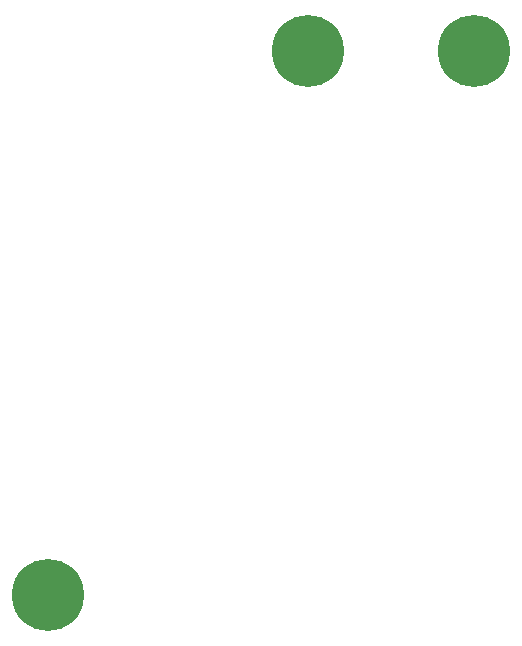
<source format=gbr>
%TF.GenerationSoftware,KiCad,Pcbnew,8.0.1*%
%TF.CreationDate,2024-04-24T15:30:04+01:00*%
%TF.ProjectId,Kishoof_Panel,4b697368-6f6f-4665-9f50-616e656c2e6b,rev?*%
%TF.SameCoordinates,Original*%
%TF.FileFunction,Legend,Top*%
%TF.FilePolarity,Positive*%
%FSLAX46Y46*%
G04 Gerber Fmt 4.6, Leading zero omitted, Abs format (unit mm)*
G04 Created by KiCad (PCBNEW 8.0.1) date 2024-04-24 15:30:04*
%MOMM*%
%LPD*%
G01*
G04 APERTURE LIST*
%ADD10C,6.100000*%
G04 APERTURE END LIST*
D10*
%TO.C,Ref\u002A\u002A*%
X81000000Y-113000000D03*
%TD*%
%TO.C,Ref\u002A\u002A*%
X117000000Y-67000000D03*
%TD*%
%TO.C,Ref\u002A\u002A*%
X103000000Y-67000000D03*
%TD*%
M02*

</source>
